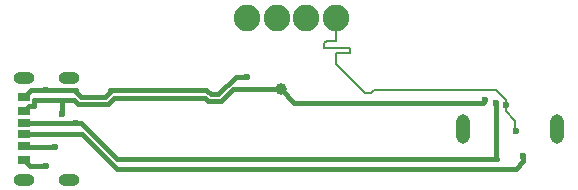
<source format=gtl>
%TF.GenerationSoftware,KiCad,Pcbnew,9.0.1*%
%TF.CreationDate,2025-10-31T22:00:19-04:00*%
%TF.ProjectId,flex_usb_board,666c6578-5f75-4736-925f-626f6172642e,rev?*%
%TF.SameCoordinates,Original*%
%TF.FileFunction,Copper,L1,Top*%
%TF.FilePolarity,Positive*%
%FSLAX46Y46*%
G04 Gerber Fmt 4.6, Leading zero omitted, Abs format (unit mm)*
G04 Created by KiCad (PCBNEW 9.0.1) date 2025-10-31 22:00:19*
%MOMM*%
%LPD*%
G01*
G04 APERTURE LIST*
%TA.AperFunction,SMDPad,CuDef*%
%ADD10R,1.000000X0.800000*%
%TD*%
%TA.AperFunction,SMDPad,CuDef*%
%ADD11R,1.000000X0.700000*%
%TD*%
%TA.AperFunction,ComponentPad*%
%ADD12O,1.800000X1.000000*%
%TD*%
%TA.AperFunction,ComponentPad*%
%ADD13C,2.250000*%
%TD*%
%TA.AperFunction,ComponentPad*%
%ADD14O,1.200000X2.500000*%
%TD*%
%TA.AperFunction,ViaPad*%
%ADD15C,0.600000*%
%TD*%
%TA.AperFunction,ViaPad*%
%ADD16C,1.000000*%
%TD*%
%TA.AperFunction,Conductor*%
%ADD17C,0.400000*%
%TD*%
%TA.AperFunction,Conductor*%
%ADD18C,0.200000*%
%TD*%
G04 APERTURE END LIST*
D10*
%TO.P,USBF1,B12,GND*%
%TO.N,GND*%
X100550000Y-103900000D03*
D11*
%TO.P,USBF1,B9,VBUS*%
%TO.N,/USB_M_IN_5V*%
X100550000Y-102700000D03*
%TO.P,USBF1,B5,CC2*%
%TO.N,/CC2*%
X100550000Y-100700000D03*
D10*
%TO.P,USBF1,A12,GND*%
%TO.N,GND*%
X100550000Y-98500000D03*
D11*
%TO.P,USBF1,A9,VBUS*%
%TO.N,/USB_M_IN_5V*%
X100550000Y-99700000D03*
%TO.P,USBF1,A5,CC1*%
%TO.N,/CC1*%
X100550000Y-101700000D03*
D12*
%TO.P,USBF1,7,EH*%
%TO.N,unconnected-(USBF1-EH-Pad7)_2*%
X104400000Y-96880000D03*
%TO.N,unconnected-(USBF1-EH-Pad7)*%
X100600000Y-96880000D03*
%TO.N,unconnected-(USBF1-EH-Pad7)_1*%
X104400000Y-105520000D03*
%TO.N,unconnected-(USBF1-EH-Pad7)_3*%
X100600000Y-105520000D03*
%TD*%
D13*
%TO.P,REF\u002A\u002A,1*%
%TO.N,GND*%
X119450000Y-91800000D03*
%TO.P,REF\u002A\u002A,2*%
%TO.N,/USB_M_IN_5V*%
X121950000Y-91800000D03*
%TO.P,REF\u002A\u002A,3*%
%TO.N,SERIAL_D-*%
X124450000Y-91800000D03*
%TO.P,REF\u002A\u002A,4*%
%TO.N,SERIAL_D+*%
X126950000Y-91800000D03*
%TD*%
D14*
%TO.P,USBM1,17,G*%
%TO.N,unconnected-(USBM1-G-Pad17)*%
X145730000Y-101200000D03*
%TO.P,USBM1,18,G*%
%TO.N,unconnected-(USBM1-G-Pad18)*%
X137770000Y-101200000D03*
%TD*%
D15*
%TO.N,/USB_M_IN_5V*%
X139600000Y-98800000D03*
X103800000Y-100000000D03*
%TO.N,/CC1*%
X142849758Y-103512749D03*
%TO.N,/USB_M_IN_5V*%
X103200000Y-102800000D03*
%TO.N,/CC2*%
X140550000Y-99000000D03*
%TO.N,GND*%
X102400000Y-97900000D03*
X102400000Y-104400000D03*
X119450000Y-96800000D03*
D16*
%TO.N,/USB_M_IN_5V*%
X122300000Y-97850000D03*
D15*
%TO.N,/CC2*%
X105000000Y-100700000D03*
%TO.N,SERIAL_D+*%
X141350000Y-99200000D03*
X142200000Y-101400000D03*
%TD*%
D17*
%TO.N,/USB_M_IN_5V*%
X139400000Y-99000000D02*
X139600000Y-98800000D01*
X123450000Y-99000000D02*
X139400000Y-99000000D01*
X122300000Y-97850000D02*
X123450000Y-99000000D01*
%TO.N,/CC2*%
X140550000Y-103750000D02*
X140600000Y-103800000D01*
X140550000Y-99000000D02*
X140550000Y-103750000D01*
X105349942Y-100700000D02*
X105000000Y-100700000D01*
X140600000Y-103800000D02*
X108449942Y-103800000D01*
X108449942Y-103800000D02*
X105349942Y-100700000D01*
%TO.N,/USB_M_IN_5V*%
X101451000Y-98800000D02*
X103800000Y-98800000D01*
X103800000Y-100000000D02*
X103800000Y-98800000D01*
X103200000Y-102800000D02*
X100650000Y-102800000D01*
X100650000Y-102800000D02*
X100550000Y-102700000D01*
X108191306Y-98600000D02*
X115858694Y-98600000D01*
D18*
%TO.N,SERIAL_D+*%
X126000000Y-94400000D02*
X126000000Y-94000000D01*
X126200000Y-93800000D02*
X127000000Y-93800000D01*
X128200000Y-94400000D02*
X126000000Y-94400000D01*
X128200000Y-94800000D02*
X128200000Y-94400000D01*
X127000000Y-94800000D02*
X128200000Y-94800000D01*
X141350000Y-99200000D02*
X141350000Y-98807065D01*
X126950000Y-95699942D02*
X126950000Y-94850000D01*
X129451058Y-98201000D02*
X126950000Y-95699942D01*
X130174032Y-97975910D02*
X129948942Y-98201000D01*
X126950000Y-94850000D02*
X127000000Y-94800000D01*
X126000000Y-94000000D02*
X126200000Y-93800000D01*
X129948942Y-98201000D02*
X129451058Y-98201000D01*
X140518845Y-97975910D02*
X130174032Y-97975910D01*
X141350000Y-98807065D02*
X140518845Y-97975910D01*
X127000000Y-93800000D02*
X127000000Y-92401000D01*
X127000000Y-92401000D02*
X126950000Y-92401000D01*
D17*
%TO.N,GND*%
X100550000Y-98500000D02*
X101150000Y-97900000D01*
X101150000Y-97900000D02*
X102400000Y-97900000D01*
%TO.N,/CC1*%
X100550000Y-101700000D02*
X105500000Y-101700000D01*
X105500000Y-101700000D02*
X108400000Y-104600000D01*
X108400000Y-104600000D02*
X142200000Y-104600000D01*
X142200000Y-104600000D02*
X142849758Y-103950242D01*
X142849758Y-103950242D02*
X142849758Y-103512749D01*
%TO.N,/USB_M_IN_5V*%
X100550000Y-99700000D02*
X100949000Y-99301000D01*
X100949000Y-99301000D02*
X101451000Y-99301000D01*
X101451000Y-99301000D02*
X101451000Y-98800000D01*
X115858694Y-98600000D02*
X116160694Y-98902000D01*
X116160694Y-98902000D02*
X117239306Y-98902000D01*
X103800000Y-98800000D02*
X104808694Y-98800000D01*
X104808694Y-98800000D02*
X105110694Y-99102000D01*
X105110694Y-99102000D02*
X107689306Y-99102000D01*
X118291306Y-97850000D02*
X122300000Y-97850000D01*
X107689306Y-99102000D02*
X108191306Y-98600000D01*
X117239306Y-98902000D02*
X118291306Y-97850000D01*
%TO.N,GND*%
X119450000Y-96800000D02*
X118491364Y-96800000D01*
X116990364Y-98301000D02*
X116409636Y-98301000D01*
X118491364Y-96800000D02*
X116990364Y-98301000D01*
X116409636Y-98301000D02*
X116008636Y-97900000D01*
X116008636Y-97900000D02*
X107851000Y-97900000D01*
X107851000Y-97900000D02*
X107851000Y-98090364D01*
X107851000Y-98090364D02*
X107440364Y-98501000D01*
X107440364Y-98501000D02*
X105359636Y-98501000D01*
X104949000Y-97900000D02*
X102400000Y-97900000D01*
X105359636Y-98501000D02*
X104949000Y-98090364D01*
X104949000Y-98090364D02*
X104949000Y-97900000D01*
X100550000Y-103900000D02*
X101050000Y-104400000D01*
X101050000Y-104400000D02*
X102400000Y-104400000D01*
%TO.N,/CC2*%
X100550000Y-100700000D02*
X105000000Y-100700000D01*
D18*
%TO.N,SERIAL_D+*%
X141350000Y-99200000D02*
X141350000Y-99750000D01*
X141350000Y-99750000D02*
X142150000Y-100550000D01*
X142150000Y-100550000D02*
X142150000Y-101350000D01*
X142150000Y-101350000D02*
X142200000Y-101400000D01*
%TD*%
M02*

</source>
